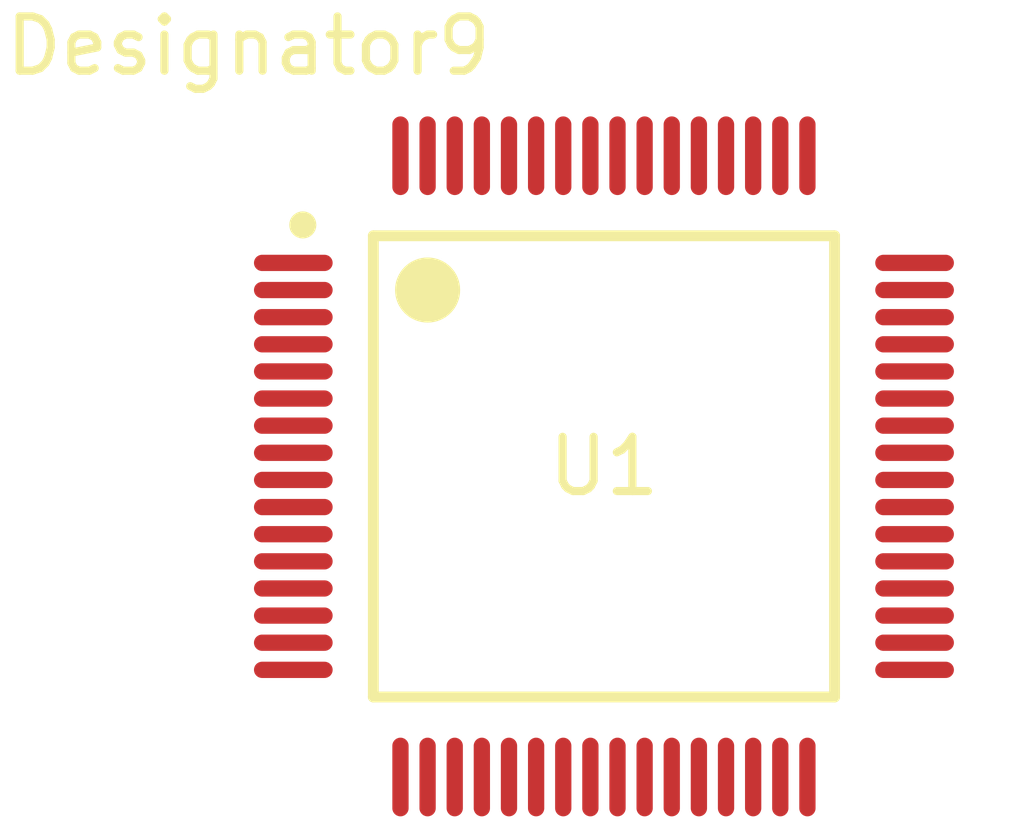
<source format=kicad_pcb>
(kicad_pcb (version 20240108) (generator "pcbnew") (generator_version "8.0")
  (layers (0 "F.Cu" signal) (31 "B.Cu" signal) (34 "B.Paste" user) (35 "F.Paste" user) (36 "B.SilkS" user "B.Silkscreen") (37 "F.SilkS" user "F.Silkscreen") (38 "B.Mask" user) (39 "F.Mask" user) (44 "Edge.Cuts" user))
  (net 0 "")
  (footprint "Package_QFP:LQFP-64-MSP430FR4133-PM0064A_N" (layer "F.Cu") (at 108.75 108.275)
    (property "Reference" "U1" (at 0 0 0) (layer "F.SilkS"))
    (property "Value" "MSP430FR4133IPMR")
    (fp_line (start -4.249999 -4.250002) (end 4.250002 -4.250002) (stroke (width 0.2)) (layer "F.SilkS"))
    (fp_line (start -4.249999 4.249999) (end -4.249999 -4.250002) (stroke (width 0.2)) (layer "F.SilkS"))
    (fp_line (start -4.249999 4.249999) (end 4.250002 4.249999) (stroke (width 0.2)) (layer "F.SilkS"))
    (fp_line (start 4.250002 4.249999) (end 4.250002 -4.250002) (stroke (width 0.2)) (layer "F.SilkS"))
    (fp_circle (center -5.549999 -4.450001) (end -5.424998 -4.450001) (stroke (width 0.25)) (fill none) (layer "F.SilkS"))
    (fp_circle (center -3.249999 -3.250001) (end -2.949999 -3.250001) (stroke (width 0.6)) (fill none) (layer "F.SilkS"))
    (fp_text user "Designator9" (at -6.5532 -7.747 0) (layer "F.SilkS"))
    (pad "1" smd oval (at -5.725 -3.75 90) (size 0.299999 1.45) (layers "F.Cu" "F.Paste" "F.Mask"))
    (pad "2" smd oval (at -5.725 -3.250001 90) (size 0.299999 1.45) (layers "F.Cu" "F.Paste" "F.Mask"))
    (pad "3" smd oval (at -5.725 -2.75 90) (size 0.299999 1.45) (layers "F.Cu" "F.Paste" "F.Mask"))
    (pad "4" smd oval (at -5.725 -2.250001 90) (size 0.299999 1.45) (layers "F.Cu" "F.Paste" "F.Mask"))
    (pad "5" smd oval (at -5.725 -1.749999 90) (size 0.299999 1.45) (layers "F.Cu" "F.Paste" "F.Mask"))
    (pad "6" smd oval (at -5.725 -1.25 90) (size 0.299999 1.45) (layers "F.Cu" "F.Paste" "F.Mask"))
    (pad "7" smd oval (at -5.725 -0.750001 90) (size 0.299999 1.45) (layers "F.Cu" "F.Paste" "F.Mask"))
    (pad "8" smd oval (at -5.725 -0.25 90) (size 0.299999 1.45) (layers "F.Cu" "F.Paste" "F.Mask"))
    (pad "9" smd oval (at -5.725 0.25 90) (size 0.299999 1.45) (layers "F.Cu" "F.Paste" "F.Mask"))
    (pad "10" smd oval (at -5.725 0.750001 90) (size 0.299999 1.45) (layers "F.Cu" "F.Paste" "F.Mask"))
    (pad "11" smd oval (at -5.725 1.25 90) (size 0.299999 1.45) (layers "F.Cu" "F.Paste" "F.Mask"))
    (pad "12" smd oval (at -5.725 1.749999 90) (size 0.299999 1.45) (layers "F.Cu" "F.Paste" "F.Mask"))
    (pad "13" smd oval (at -5.725 2.250001 90) (size 0.299999 1.45) (layers "F.Cu" "F.Paste" "F.Mask"))
    (pad "14" smd oval (at -5.725 2.75 90) (size 0.299999 1.45) (layers "F.Cu" "F.Paste" "F.Mask"))
    (pad "15" smd oval (at -5.725 3.250001 90) (size 0.299999 1.45) (layers "F.Cu" "F.Paste" "F.Mask"))
    (pad "16" smd oval (at -5.725 3.75 90) (size 0.299999 1.45) (layers "F.Cu" "F.Paste" "F.Mask"))
    (pad "17" smd oval (at -3.75 5.725) (size 0.299999 1.45) (layers "F.Cu" "F.Paste" "F.Mask"))
    (pad "18" smd oval (at -3.250001 5.725) (size 0.299999 1.45) (layers "F.Cu" "F.Paste" "F.Mask"))
    (pad "19" smd oval (at -2.75 5.725) (size 0.299999 1.45) (layers "F.Cu" "F.Paste" "F.Mask"))
    (pad "20" smd oval (at -2.250001 5.725) (size 0.299999 1.45) (layers "F.Cu" "F.Paste" "F.Mask"))
    (pad "21" smd oval (at -1.749999 5.725) (size 0.299999 1.45) (layers "F.Cu" "F.Paste" "F.Mask"))
    (pad "22" smd oval (at -1.25 5.725) (size 0.299999 1.45) (layers "F.Cu" "F.Paste" "F.Mask"))
    (pad "23" smd oval (at -0.750001 5.725) (size 0.299999 1.45) (layers "F.Cu" "F.Paste" "F.Mask"))
    (pad "24" smd oval (at -0.25 5.725) (size 0.299999 1.45) (layers "F.Cu" "F.Paste" "F.Mask"))
    (pad "25" smd oval (at 0.25 5.725) (size 0.299999 1.45) (layers "F.Cu" "F.Paste" "F.Mask"))
    (pad "26" smd oval (at 0.750001 5.725) (size 0.299999 1.45) (layers "F.Cu" "F.Paste" "F.Mask"))
    (pad "27" smd oval (at 1.25 5.725) (size 0.299999 1.45) (layers "F.Cu" "F.Paste" "F.Mask"))
    (pad "28" smd oval (at 1.749999 5.725) (size 0.299999 1.45) (layers "F.Cu" "F.Paste" "F.Mask"))
    (pad "29" smd oval (at 2.250001 5.725) (size 0.299999 1.45) (layers "F.Cu" "F.Paste" "F.Mask"))
    (pad "30" smd oval (at 2.75 5.725) (size 0.299999 1.45) (layers "F.Cu" "F.Paste" "F.Mask"))
    (pad "31" smd oval (at 3.250001 5.725) (size 0.299999 1.45) (layers "F.Cu" "F.Paste" "F.Mask"))
    (pad "32" smd oval (at 3.75 5.725) (size 0.299999 1.45) (layers "F.Cu" "F.Paste" "F.Mask"))
    (pad "33" smd oval (at 5.725 3.75 90) (size 0.299999 1.45) (layers "F.Cu" "F.Paste" "F.Mask"))
    (pad "34" smd oval (at 5.725 3.250001 90) (size 0.299999 1.45) (layers "F.Cu" "F.Paste" "F.Mask"))
    (pad "35" smd oval (at 5.725 2.75 90) (size 0.299999 1.45) (layers "F.Cu" "F.Paste" "F.Mask"))
    (pad "36" smd oval (at 5.725 2.250001 90) (size 0.299999 1.45) (layers "F.Cu" "F.Paste" "F.Mask"))
    (pad "37" smd oval (at 5.725 1.749999 90) (size 0.299999 1.45) (layers "F.Cu" "F.Paste" "F.Mask"))
    (pad "38" smd oval (at 5.725 1.25 90) (size 0.299999 1.45) (layers "F.Cu" "F.Paste" "F.Mask"))
    (pad "39" smd oval (at 5.725 0.750001 90) (size 0.299999 1.45) (layers "F.Cu" "F.Paste" "F.Mask"))
    (pad "40" smd oval (at 5.725 0.25 90) (size 0.299999 1.45) (layers "F.Cu" "F.Paste" "F.Mask"))
    (pad "41" smd oval (at 5.725 -0.25 90) (size 0.299999 1.45) (layers "F.Cu" "F.Paste" "F.Mask"))
    (pad "42" smd oval (at 5.725 -0.750001 90) (size 0.299999 1.45) (layers "F.Cu" "F.Paste" "F.Mask"))
    (pad "43" smd oval (at 5.725 -1.25 90) (size 0.299999 1.45) (layers "F.Cu" "F.Paste" "F.Mask"))
    (pad "44" smd oval (at 5.725 -1.749999 90) (size 0.299999 1.45) (layers "F.Cu" "F.Paste" "F.Mask"))
    (pad "45" smd oval (at 5.725 -2.250001 90) (size 0.299999 1.45) (layers "F.Cu" "F.Paste" "F.Mask"))
    (pad "46" smd oval (at 5.725 -2.75 90) (size 0.299999 1.45) (layers "F.Cu" "F.Paste" "F.Mask"))
    (pad "47" smd oval (at 5.725 -3.250001 90) (size 0.299999 1.45) (layers "F.Cu" "F.Paste" "F.Mask"))
    (pad "48" smd oval (at 5.725 -3.75 90) (size 0.299999 1.45) (layers "F.Cu" "F.Paste" "F.Mask"))
    (pad "49" smd oval (at 3.75 -5.725) (size 0.299999 1.45) (layers "F.Cu" "F.Paste" "F.Mask"))
    (pad "50" smd oval (at 3.250001 -5.725) (size 0.299999 1.45) (layers "F.Cu" "F.Paste" "F.Mask"))
    (pad "51" smd oval (at 2.75 -5.725) (size 0.299999 1.45) (layers "F.Cu" "F.Paste" "F.Mask"))
    (pad "52" smd oval (at 2.250001 -5.725) (size 0.299999 1.45) (layers "F.Cu" "F.Paste" "F.Mask"))
    (pad "53" smd oval (at 1.749999 -5.725) (size 0.299999 1.45) (layers "F.Cu" "F.Paste" "F.Mask"))
    (pad "54" smd oval (at 1.25 -5.725) (size 0.299999 1.45) (layers "F.Cu" "F.Paste" "F.Mask"))
    (pad "55" smd oval (at 0.750001 -5.725) (size 0.299999 1.45) (layers "F.Cu" "F.Paste" "F.Mask"))
    (pad "56" smd oval (at 0.25 -5.725) (size 0.299999 1.45) (layers "F.Cu" "F.Paste" "F.Mask"))
    (pad "57" smd oval (at -0.25 -5.725) (size 0.299999 1.45) (layers "F.Cu" "F.Paste" "F.Mask"))
    (pad "58" smd oval (at -0.750001 -5.725) (size 0.299999 1.45) (layers "F.Cu" "F.Paste" "F.Mask"))
    (pad "59" smd oval (at -1.25 -5.725) (size 0.299999 1.45) (layers "F.Cu" "F.Paste" "F.Mask"))
    (pad "60" smd oval (at -1.749999 -5.725) (size 0.299999 1.45) (layers "F.Cu" "F.Paste" "F.Mask"))
    (pad "61" smd oval (at -2.250001 -5.725) (size 0.299999 1.45) (layers "F.Cu" "F.Paste" "F.Mask"))
    (pad "62" smd oval (at -2.75 -5.725) (size 0.299999 1.45) (layers "F.Cu" "F.Paste" "F.Mask"))
    (pad "63" smd oval (at -3.250001 -5.725) (size 0.299999 1.45) (layers "F.Cu" "F.Paste" "F.Mask"))
    (pad "64" smd oval (at -3.75 -5.725) (size 0.299999 1.45) (layers "F.Cu" "F.Paste" "F.Mask"))
  )
)
</source>
